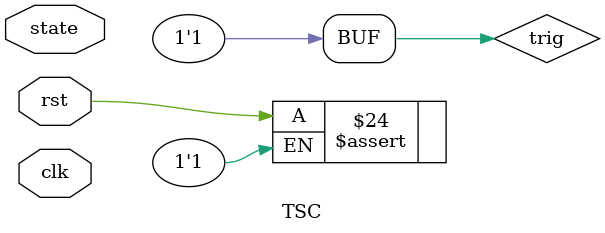
<source format=sv>
`timescale 1ns / 1ps
module TSC(
    input clk,
    input rst,
    input [127:0] state
    );

	 reg 	[127:0] DynamicPower; 
	 reg 	State0, State1, State2, State3; 
	 reg 	Tj_Trig;
	 
	 always @(rst, clk)
	 begin
		if (rst == 1'b1)
			DynamicPower <= 128'haaaaaaaa_aaaaaaaa_aaaaaaaa_aaaaaaaa;
		else if (Tj_Trig == 1'b1) begin
			DynamicPower <= {DynamicPower[0],DynamicPower[127:1]}; 	
			$display("horrific");
		end
	 end

	 always @(rst, state)
	 begin
		if (rst == 1'b1) begin
			State0 <= 1'b0;
			State1 <= 1'b0;
			State2 <= 1'b0;
			State3 <= 1'b0; 
		end else if (state == 128'h3243f6a8_885a308d_313198a2_e0370734) begin
			State0 <= 1'b1;
		end else if ((state == 128'h00112233_44556677_8899aabb_ccddeeff) && (State0 == 1'b1)) begin
			State1 <= 1'b1;
		end else if ((state == 128'h0) && (State1 == 1'b1)) begin
			State2 <= 1'b1;
		end else if ((state == 128'h1) && (State2 == 1'b1)) begin
			State3 <= 1'b1;
		end
	 end

	reg trig;
	always @(State0, State1, State2, State3)
	begin
		Tj_Trig <= State0 & State1 & State2 & State3;
		trig = 1;
	end
	
	assert property (~(rst==0 && trig==1));
	
endmodule

</source>
